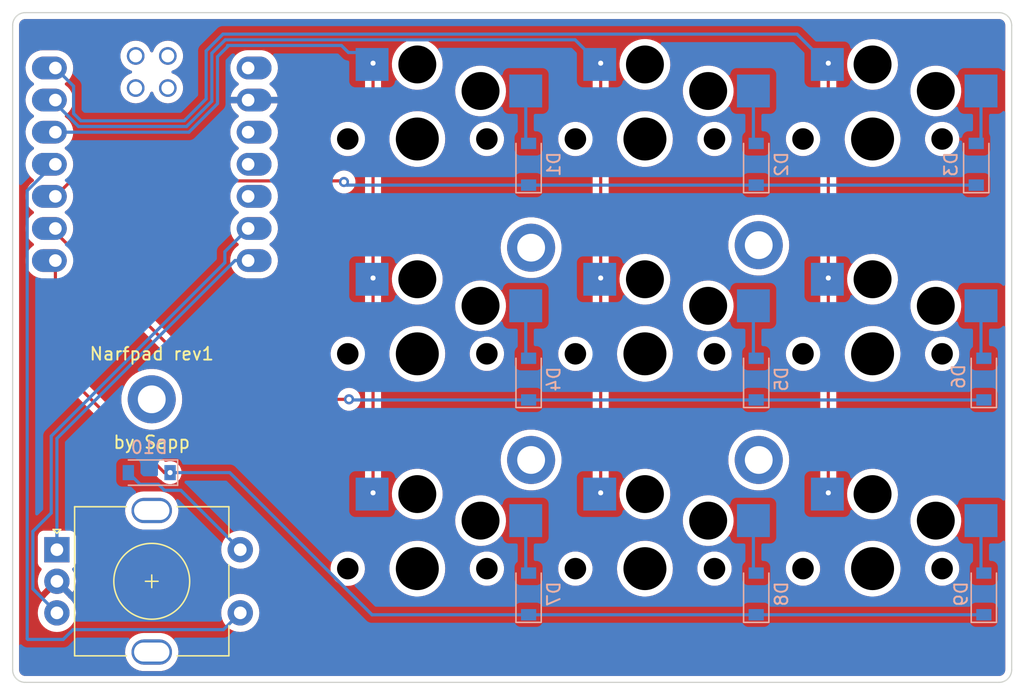
<source format=kicad_pcb>
(kicad_pcb (version 20221018) (generator pcbnew)
  (layers (0 "F.Cu" signal) (31 "B.Cu" signal) (34 "B.Paste" user) (35 "F.Paste" user) (36 "B.SilkS" user "B.Silkscreen") (37 "F.SilkS" user "F.Silkscreen") (38 "B.Mask" user) (39 "F.Mask" user) (44 "Edge.Cuts" user))
  (net 0 "")
  (net 1 "ROW1")
  (net 2 "Net-(D1-Pad2)")
  (net 3 "Net-(D2-Pad2)")
  (net 4 "Net-(D3-Pad2)")
  (net 5 "ROW2")
  (net 6 "Net-(D4-Pad2)")
  (net 7 "Net-(D5-Pad2)")
  (net 8 "Net-(D6-Pad2)")
  (net 9 "ROW3")
  (net 10 "Net-(D7-Pad2)")
  (net 11 "Net-(D8-Pad2)")
  (net 12 "Net-(D9-Pad2)")
  (net 13 "Net-(D10-Pad2)")
  (net 19 "ROT1A")
  (net 20 "ROT1B")
  (net 21 "GND")
  (net 22 "COL1")
  (net 23 "COL2")
  (net 24 "COL3")
  (net 25 "COL4")
  (footprint "kleeb-pg1350:pg1350-H" (layer "F.Cu") (at 80 66)
    (fp_text reference "SW4" hide)
    (fp_text value "SW_Push")
    (pad "" np_thru_hole circle (at -5.5 0) (size 1.7 1.7) (drill 1.7) (layers "*.Mask"))
    (pad "" np_thru_hole circle (at 0 -5.9) (size 3 3) (drill 3) (layers "*.Mask"))
    (pad "" np_thru_hole circle (at 0 0) (size 3.4 3.4) (drill 3.4) (layers "*.Mask"))
    (pad "" np_thru_hole circle (at 5 -3.8) (size 3 3) (drill 3) (layers "*.Mask"))
    (pad "" np_thru_hole circle (at 5.5 0) (size 1.7 1.7) (drill 1.7) (layers "*.Mask"))
    (pad "1" smd rect (at -3.575 -5.9) (size 2.6 2.6) (layers "B.Cu" "B.Mask") (net 23 "COL2"))
    (pad "2" smd rect (at 8.575 -3.8) (size 2.6 2.6) (layers "B.Cu" "B.Mask") (net 6 "Net-(D4-Pad2)"))
  )
  (footprint "kleeb-pg1350:pg1350-H" (layer "F.Cu") (at 98 83)
    (fp_text reference "SW8" hide)
    (fp_text value "SW_Push")
    (pad "" np_thru_hole circle (at -5.5 0) (size 1.7 1.7) (drill 1.7) (layers "*.Mask"))
    (pad "" np_thru_hole circle (at 0 -5.9) (size 3 3) (drill 3) (layers "*.Mask"))
    (pad "" np_thru_hole circle (at 0 0) (size 3.4 3.4) (drill 3.4) (layers "*.Mask"))
    (pad "" np_thru_hole circle (at 5 -3.8) (size 3 3) (drill 3) (layers "*.Mask"))
    (pad "" np_thru_hole circle (at 5.5 0) (size 1.7 1.7) (drill 1.7) (layers "*.Mask"))
    (pad "1" smd rect (at -3.575 -5.9) (size 2.6 2.6) (layers "B.Cu" "B.Mask") (net 24 "COL3"))
    (pad "2" smd rect (at 8.575 -3.8) (size 2.6 2.6) (layers "B.Cu" "B.Mask") (net 11 "Net-(D8-Pad2)"))
  )
  (footprint "kleeb-pg1350:pg1350-H" (layer "F.Cu") (at 116 66)
    (fp_text reference "SW6" hide)
    (fp_text value "SW_Push")
    (pad "" np_thru_hole circle (at -5.5 0) (size 1.7 1.7) (drill 1.7) (layers "*.Mask"))
    (pad "" np_thru_hole circle (at 0 -5.9) (size 3 3) (drill 3) (layers "*.Mask"))
    (pad "" np_thru_hole circle (at 0 0) (size 3.4 3.4) (drill 3.4) (layers "*.Mask"))
    (pad "" np_thru_hole circle (at 5 -3.8) (size 3 3) (drill 3) (layers "*.Mask"))
    (pad "" np_thru_hole circle (at 5.5 0) (size 1.7 1.7) (drill 1.7) (layers "*.Mask"))
    (pad "1" smd rect (at -3.575 -5.9) (size 2.6 2.6) (layers "B.Cu" "B.Mask") (net 25 "COL4"))
    (pad "2" smd rect (at 8.575 -3.8) (size 2.6 2.6) (layers "B.Cu" "B.Mask") (net 8 "Net-(D6-Pad2)"))
  )
  (footprint "MountingHole:MountingHole_2.2mm_M2_DIN965_Pad" (layer "F.Cu") (at 107 74.4)
    (fp_text reference "H4" hide)
    (fp_text value "MountingHole_Pad")
    (pad "1" thru_hole circle (at 0 0) (size 3.8 3.8) (drill 2.2) (layers "*.Cu" "*.Mask"))
  )
  (footprint "kleeb-pg1350:pg1350-H" (layer "F.Cu") (at 80 49)
    (fp_text reference "SW1" hide)
    (fp_text value "SW_Push")
    (pad "" np_thru_hole circle (at -5.5 0) (size 1.7 1.7) (drill 1.7) (layers "*.Mask"))
    (pad "" np_thru_hole circle (at 0 -5.9) (size 3 3) (drill 3) (layers "*.Mask"))
    (pad "" np_thru_hole circle (at 0 0) (size 3.4 3.4) (drill 3.4) (layers "*.Mask"))
    (pad "" np_thru_hole circle (at 5 -3.8) (size 3 3) (drill 3) (layers "*.Mask"))
    (pad "" np_thru_hole circle (at 5.5 0) (size 1.7 1.7) (drill 1.7) (layers "*.Mask"))
    (pad "1" smd rect (at -3.575 -5.9) (size 2.6 2.6) (layers "B.Cu" "B.Mask") (net 23 "COL2"))
    (pad "2" smd rect (at 8.575 -3.8) (size 2.6 2.6) (layers "B.Cu" "B.Mask") (net 2 "Net-(D1-Pad2)"))
  )
  (footprint "kleeb-pg1350:pg1350-H" (layer "F.Cu") (at 80 83)
    (fp_text reference "SW7" hide)
    (fp_text value "SW_Push")
    (pad "" np_thru_hole circle (at -5.5 0) (size 1.7 1.7) (drill 1.7) (layers "*.Mask"))
    (pad "" np_thru_hole circle (at 0 -5.9) (size 3 3) (drill 3) (layers "*.Mask"))
    (pad "" np_thru_hole circle (at 0 0) (size 3.4 3.4) (drill 3.4) (layers "*.Mask"))
    (pad "" np_thru_hole circle (at 5 -3.8) (size 3 3) (drill 3) (layers "*.Mask"))
    (pad "" np_thru_hole circle (at 5.5 0) (size 1.7 1.7) (drill 1.7) (layers "*.Mask"))
    (pad "1" smd rect (at -3.575 -5.9) (size 2.6 2.6) (layers "B.Cu" "B.Mask") (net 23 "COL2"))
    (pad "2" smd rect (at 8.575 -3.8) (size 2.6 2.6) (layers "B.Cu" "B.Mask") (net 10 "Net-(D7-Pad2)"))
  )
  (footprint "MountingHole:MountingHole_2.2mm_M2_DIN965_Pad" (layer "F.Cu") (at 89 57.6)
    (fp_text reference "H1" hide)
    (fp_text value "MountingHole_Pad")
    (pad "1" thru_hole circle (at 0 0) (size 3.8 3.8) (drill 2.2) (layers "*.Cu" "*.Mask"))
  )
  (footprint "MountingHole:MountingHole_2.2mm_M2_DIN965_Pad" (layer "F.Cu") (at 59 69.6)
    (fp_text reference "H5" hide)
    (fp_text value "MountingHole_Pad")
    (pad "1" thru_hole circle (at 0 0) (size 3.8 3.8) (drill 2.2) (layers "*.Cu" "*.Mask"))
  )
  (footprint "kleeb-mcu:xiao-tht" (layer "F.Cu") (at 59 51)
    (fp_text reference "U1" hide)
    (fp_text value "xiao" hide)
    (pad "1" thru_hole oval (at -7.62 -7.62) (size 2.75 1.8) (drill 1 (offset -0.475 0)) (layers "*.Cu" "*.Mask") (net 25 "COL4"))
    (pad "2" thru_hole oval (at -7.62 -5.08) (size 2.75 1.8) (drill 1 (offset -0.475 0)) (layers "*.Cu" "*.Mask") (net 24 "COL3"))
    (pad "3" thru_hole oval (at -7.62 -2.54) (size 2.75 1.8) (drill 1 (offset -0.475 0)) (layers "*.Cu" "*.Mask") (net 23 "COL2"))
    (pad "4" thru_hole oval (at -7.62 0) (size 2.75 1.8) (drill 1 (offset -0.475 0)) (layers "*.Cu" "*.Mask") (net 22 "COL1"))
    (pad "5" thru_hole oval (at -7.62 2.54) (size 2.75 1.8) (drill 1 (offset -0.475 0)) (layers "*.Cu" "*.Mask") (net 1 "ROW1"))
    (pad "6" thru_hole oval (at -7.62 5.08) (size 2.75 1.8) (drill 1 (offset -0.475 0)) (layers "*.Cu" "*.Mask") (net 5 "ROW2"))
    (pad "7" thru_hole oval (at -7.62 7.62) (size 2.75 1.8) (drill 1 (offset -0.475 0)) (layers "*.Cu" "*.Mask") (net 9 "ROW3"))
    (pad "8" thru_hole oval (at 7.62 7.62 180) (size 2.75 1.8) (drill 1 (offset -0.475 0)) (layers "*.Cu" "*.Mask") (net 19 "ROT1A"))
    (pad "9" thru_hole oval (at 7.62 5.08 180) (size 2.75 1.8) (drill 1 (offset -0.475 0)) (layers "*.Cu" "*.Mask") (net 20 "ROT1B"))
    (pad "10" thru_hole oval (at 7.62 2.54 180) (size 2.75 1.8) (drill 1 (offset -0.475 0)) (layers "*.Cu" "*.Mask"))
    (pad "11" thru_hole oval (at 7.62 0 180) (size 2.75 1.8) (drill 1 (offset -0.475 0)) (layers "*.Cu" "*.Mask"))
    (pad "12" thru_hole oval (at 7.62 -2.54 180) (size 2.75 1.8) (drill 1 (offset -0.475 0)) (layers "*.Cu" "*.Mask"))
    (pad "13" thru_hole oval (at 7.62 -5.08 180) (size 2.75 1.8) (drill 1 (offset -0.475 0)) (layers "*.Cu" "*.Mask") (net 21 "GND"))
    (pad "14" thru_hole oval (at 7.62 -7.62 180) (size 2.75 1.8) (drill 1 (offset -0.475 0)) (layers "*.Cu" "*.Mask"))
    (pad "15" thru_hole circle (at -1.27 -8.572 90) (size 1.397 1.397) (drill 1.016) (layers "*.Cu" "*.Mask"))
    (pad "16" thru_hole circle (at 1.27 -8.572 90) (size 1.397 1.397) (drill 1.016) (layers "*.Cu" "*.Mask"))
    (pad "17" thru_hole circle (at -1.27 -6.032 90) (size 1.397 1.397) (drill 1.016) (layers "*.Cu" "*.Mask"))
    (pad "18" thru_hole circle (at 1.27 -6.032 90) (size 1.397 1.397) (drill 1.016) (layers "*.Cu" "*.Mask"))
  )
  (footprint "MountingHole:MountingHole_2.2mm_M2_DIN965_Pad" (layer "F.Cu") (at 89 74.4)
    (fp_text reference "H3" hide)
    (fp_text value "MountingHole_Pad")
    (pad "1" thru_hole circle (at 0 0) (size 3.8 3.8) (drill 2.2) (layers "*.Cu" "*.Mask"))
  )
  (footprint "kleeb-pg1350:pg1350-H" (layer "F.Cu") (at 98 66)
    (fp_text reference "SW5" hide)
    (fp_text value "SW_Push")
    (pad "" np_thru_hole circle (at -5.5 0) (size 1.7 1.7) (drill 1.7) (layers "*.Mask"))
    (pad "" np_thru_hole circle (at 0 -5.9) (size 3 3) (drill 3) (layers "*.Mask"))
    (pad "" np_thru_hole circle (at 0 0) (size 3.4 3.4) (drill 3.4) (layers "*.Mask"))
    (pad "" np_thru_hole circle (at 5 -3.8) (size 3 3) (drill 3) (layers "*.Mask"))
    (pad "" np_thru_hole circle (at 5.5 0) (size 1.7 1.7) (drill 1.7) (layers "*.Mask"))
    (pad "1" smd rect (at -3.575 -5.9) (size 2.6 2.6) (layers "B.Cu" "B.Mask") (net 24 "COL3"))
    (pad "2" smd rect (at 8.575 -3.8) (size 2.6 2.6) (layers "B.Cu" "B.Mask") (net 7 "Net-(D5-Pad2)"))
  )
  (footprint "kleeb-pg1350:pg1350-H" (layer "F.Cu") (at 116 49)
    (fp_text reference "SW3" hide)
    (fp_text value "SW_Push")
    (pad "" np_thru_hole circle (at -5.5 0) (size 1.7 1.7) (drill 1.7) (layers "*.Mask"))
    (pad "" np_thru_hole circle (at 0 -5.9) (size 3 3) (drill 3) (layers "*.Mask"))
    (pad "" np_thru_hole circle (at 0 0) (size 3.4 3.4) (drill 3.4) (layers "*.Mask"))
    (pad "" np_thru_hole circle (at 5 -3.8) (size 3 3) (drill 3) (layers "*.Mask"))
    (pad "" np_thru_hole circle (at 5.5 0) (size 1.7 1.7) (drill 1.7) (layers "*.Mask"))
    (pad "1" smd rect (at -3.575 -5.9) (size 2.6 2.6) (layers "B.Cu" "B.Mask") (net 25 "COL4"))
    (pad "2" smd rect (at 8.575 -3.8) (size 2.6 2.6) (layers "B.Cu" "B.Mask") (net 4 "Net-(D3-Pad2)"))
  )
  (footprint "MountingHole:MountingHole_2.2mm_M2_DIN965_Pad" (layer "F.Cu") (at 107 57.4)
    (fp_text reference "H2" hide)
    (fp_text value "MountingHole_Pad")
    (pad "1" thru_hole circle (at 0 0) (size 3.8 3.8) (drill 2.2) (layers "*.Cu" "*.Mask"))
  )
  (footprint "keebio:RotaryEncoder_EC11" (layer "F.Cu") (at 59 84)
    (fp_text reference "ROT1")
    (fp_text value "RotaryEncoder_Switch")
    (fp_line (start -7.8 -4.1) (end -7.2 -4.1) (stroke (width 0.12)) (layer "F.SilkS"))
    (fp_line (start -7.5 -3.8) (end -7.8 -4.1) (stroke (width 0.12)) (layer "F.SilkS"))
    (fp_line (start -7.2 -4.1) (end -7.5 -3.8) (stroke (width 0.12)) (layer "F.SilkS"))
    (fp_line (start -6.1 -5.9) (end -6.1 5.9) (stroke (width 0.12)) (layer "F.SilkS"))
    (fp_line (start -2 -5.9) (end -6.1 -5.9) (stroke (width 0.12)) (layer "F.SilkS"))
    (fp_line (start -2 5.9) (end -6.1 5.9) (stroke (width 0.12)) (layer "F.SilkS"))
    (fp_line (start -0.5 0) (end 0.5 0) (stroke (width 0.12)) (layer "F.SilkS"))
    (fp_line (start 0 -0.5) (end 0 0.5) (stroke (width 0.12)) (layer "F.SilkS"))
    (fp_line (start 2 -5.9) (end 6.1 -5.9) (stroke (width 0.12)) (layer "F.SilkS"))
    (fp_line (start 6.1 -5.9) (end 6.1 -3.5) (stroke (width 0.12)) (layer "F.SilkS"))
    (fp_line (start 6.1 -1.3) (end 6.1 1.3) (stroke (width 0.12)) (layer "F.SilkS"))
    (fp_line (start 6.1 3.5) (end 6.1 5.9) (stroke (width 0.12)) (layer "F.SilkS"))
    (fp_line (start 6.1 5.9) (end 2 5.9) (stroke (width 0.12)) (layer "F.SilkS"))
    (fp_circle (center 0 0) (end 3 0) (stroke (width 0.12)) (fill none) (layer "F.SilkS"))
    (pad "" np_thru_hole oval (at 0 -5.6) (size 3.2 2) (drill oval 2.8 1.5) (layers "F&B.Cu" "*.Mask"))
    (pad "" np_thru_hole oval (at 0 5.6) (size 3.2 2) (drill oval 2.8 1.5) (layers "F&B.Cu" "*.Mask"))
    (pad "A" thru_hole rect (at -7.5 -2.5) (size 2 2) (drill 1) (layers "*.Cu" "*.Mask") (net 19 "ROT1A"))
    (pad "B" thru_hole circle (at -7.5 2.5) (size 2 2) (drill 1) (layers "*.Cu" "*.Mask") (net 20 "ROT1B"))
    (pad "C" thru_hole circle (at -7.5 0) (size 2 2) (drill 1) (layers "*.Cu" "*.Mask") (net 21 "GND"))
    (pad "S1" thru_hole circle (at 7 2.5) (size 2 2) (drill 1) (layers "*.Cu" "*.Mask") (net 22 "COL1"))
    (pad "S2" thru_hole circle (at 7 -2.5) (size 2 2) (drill 1) (layers "*.Cu" "*.Mask") (net 13 "Net-(D10-Pad2)"))
  )
  (footprint "kleeb-pg1350:pg1350-H" (layer "F.Cu") (at 116 83)
    (fp_text reference "SW9" hide)
    (fp_text value "SW_Push")
    (pad "" np_thru_hole circle (at -5.5 0) (size 1.7 1.7) (drill 1.7) (layers "*.Mask"))
    (pad "" np_thru_hole circle (at 0 -5.9) (size 3 3) (drill 3) (layers "*.Mask"))
    (pad "" np_thru_hole circle (at 0 0) (size 3.4 3.4) (drill 3.4) (layers "*.Mask"))
    (pad "" np_thru_hole circle (at 5 -3.8) (size 3 3) (drill 3) (layers "*.Mask"))
    (pad "" np_thru_hole circle (at 5.5 0) (size 1.7 1.7) (drill 1.7) (layers "*.Mask"))
    (pad "1" smd rect (at -3.575 -5.9) (size 2.6 2.6) (layers "B.Cu" "B.Mask") (net 25 "COL4"))
    (pad "2" smd rect (at 8.575 -3.8) (size 2.6 2.6) (layers "B.Cu" "B.Mask") (net 12 "Net-(D9-Pad2)"))
  )
  (footprint "kleeb-pg1350:pg1350-H" (layer "F.Cu") (at 98 49)
    (fp_text reference "SW2" hide)
    (fp_text value "SW_Push")
    (pad "" np_thru_hole circle (at -5.5 0) (size 1.7 1.7) (drill 1.7) (layers "*.Mask"))
    (pad "" np_thru_hole circle (at 0 -5.9) (size 3 3) (drill 3) (layers "*.Mask"))
    (pad "" np_thru_hole circle (at 0 0) (size 3.4 3.4) (drill 3.4) (layers "*.Mask"))
    (pad "" np_thru_hole circle (at 5 -3.8) (size 3 3) (drill 3) (layers "*.Mask"))
    (pad "" np_thru_hole circle (at 5.5 0) (size 1.7 1.7) (drill 1.7) (layers "*.Mask"))
    (pad "1" smd rect (at -3.575 -5.9) (size 2.6 2.6) (layers "B.Cu" "B.Mask") (net 24 "COL3"))
    (pad "2" smd rect (at 8.575 -3.8) (size 2.6 2.6) (layers "B.Cu" "B.Mask") (net 3 "Net-(D2-Pad2)"))
  )
  (footprint "Diode_SMD:D_SOD-123" (layer "B.Cu") (at 124.2 51 90)
    (fp_text reference "D3" (at 0 -2 90) (layer "B.SilkS") (effects (justify mirror)))
    (fp_text value "1N4148W")
    (fp_line (start -2.25 -1) (end 1.65 -1) (stroke (width 0.12)) (layer "B.SilkS"))
    (fp_line (start -2.25 1) (end -2.25 -1) (stroke (width 0.12)) (layer "B.SilkS"))
    (fp_line (start -2.25 1) (end 1.65 1) (stroke (width 0.12)) (layer "B.SilkS"))
    (pad "1" smd rect (at -1.65 0 90) (size 0.9 1.2) (layers "B.Cu" "B.Paste" "B.Mask") (net 1 "ROW1"))
    (pad "2" smd rect (at 1.65 0 90) (size 0.9 1.2) (layers "B.Cu" "B.Paste" "B.Mask") (net 4 "Net-(D3-Pad2)"))
  )
  (footprint "Diode_SMD:D_SOD-123" (layer "B.Cu") (at 106.8 51 90)
    (fp_text reference "D2" (at 0 2 90) (layer "B.SilkS") (effects (justify mirror)))
    (fp_text value "1N4148W")
    (fp_line (start -2.25 -1) (end 1.65 -1) (stroke (width 0.12)) (layer "B.SilkS"))
    (fp_line (start -2.25 1) (end -2.25 -1) (stroke (width 0.12)) (layer "B.SilkS"))
    (fp_line (start -2.25 1) (end 1.65 1) (stroke (width 0.12)) (layer "B.SilkS"))
    (pad "1" smd rect (at -1.65 0 90) (size 0.9 1.2) (layers "B.Cu" "B.Paste" "B.Mask") (net 1 "ROW1"))
    (pad "2" smd rect (at 1.65 0 90) (size 0.9 1.2) (layers "B.Cu" "B.Paste" "B.Mask") (net 3 "Net-(D2-Pad2)"))
  )
  (footprint "Diode_SMD:D_SOD-123" (layer "B.Cu") (at 124.8 85 90)
    (fp_text reference "D9" (at 0 -1.8 90) (layer "B.SilkS") (effects (justify mirror)))
    (fp_text value "1N4148W")
    (fp_line (start -2.25 -1) (end 1.65 -1) (stroke (width 0.12)) (layer "B.SilkS"))
    (fp_line (start -2.25 1) (end -2.25 -1) (stroke (width 0.12)) (layer "B.SilkS"))
    (fp_line (start -2.25 1) (end 1.65 1) (stroke (width 0.12)) (layer "B.SilkS"))
    (pad "1" smd rect (at -1.65 0 90) (size 0.9 1.2) (layers "B.Cu" "B.Paste" "B.Mask") (net 9 "ROW3"))
    (pad "2" smd rect (at 1.65 0 90) (size 0.9 1.2) (layers "B.Cu" "B.Paste" "B.Mask") (net 12 "Net-(D9-Pad2)"))
  )
  (footprint "Diode_SMD:D_SOD-123" (layer "B.Cu") (at 88.8 68 90)
    (fp_text reference "D4" (at 0 2 90) (layer "B.SilkS") (effects (justify mirror)))
    (fp_text value "1N4148W")
    (fp_line (start -2.25 -1) (end 1.65 -1) (stroke (width 0.12)) (layer "B.SilkS"))
    (fp_line (start -2.25 1) (end -2.25 -1) (stroke (width 0.12)) (layer "B.SilkS"))
    (fp_line (start -2.25 1) (end 1.65 1) (stroke (width 0.12)) (layer "B.SilkS"))
    (pad "1" smd rect (at -1.65 0 90) (size 0.9 1.2) (layers "B.Cu" "B.Paste" "B.Mask") (net 5 "ROW2"))
    (pad "2" smd rect (at 1.65 0 90) (size 0.9 1.2) (layers "B.Cu" "B.Paste" "B.Mask") (net 6 "Net-(D4-Pad2)"))
  )
  (footprint "Diode_SMD:D_SOD-123" (layer "B.Cu") (at 88.8 51 90)
    (fp_text reference "D1" (at 0 2 90) (layer "B.SilkS") (effects (justify mirror)))
    (fp_text value "1N4148W")
    (fp_line (start -2.25 -1) (end 1.65 -1) (stroke (width 0.12)) (layer "B.SilkS"))
    (fp_line (start -2.25 1) (end -2.25 -1) (stroke (width 0.12)) (layer "B.SilkS"))
    (fp_line (start -2.25 1) (end 1.65 1) (stroke (width 0.12)) (layer "B.SilkS"))
    (pad "1" smd rect (at -1.65 0 90) (size 0.9 1.2) (layers "B.Cu" "B.Paste" "B.Mask") (net 1 "ROW1"))
    (pad "2" smd rect (at 1.65 0 90) (size 0.9 1.2) (layers "B.Cu" "B.Paste" "B.Mask") (net 2 "Net-(D1-Pad2)"))
  )
  (footprint "Diode_SMD:D_SOD-123" (layer "B.Cu") (at 106.8 85 90)
    (fp_text reference "D8" (at 0 2 90) (layer "B.SilkS") (effects (justify mirror)))
    (fp_text value "1N4148W")
    (fp_line (start -2.25 -1) (end 1.65 -1) (stroke (width 0.12)) (layer "B.SilkS"))
    (fp_line (start -2.25 1) (end -2.25 -1) (stroke (width 0.12)) (layer "B.SilkS"))
    (fp_line (start -2.25 1) (end 1.65 1) (stroke (width 0.12)) (layer "B.SilkS"))
    (pad "1" smd rect (at -1.65 0 90) (size 0.9 1.2) (layers "B.Cu" "B.Paste" "B.Mask") (net 9 "ROW3"))
    (pad "2" smd rect (at 1.65 0 90) (size 0.9 1.2) (layers "B.Cu" "B.Paste" "B.Mask") (net 11 "Net-(D8-Pad2)"))
  )
  (footprint "Diode_SMD:D_SOD-123" (layer "B.Cu") (at 106.8 68 90)
    (fp_text reference "D5" (at 0 2 90) (layer "B.SilkS") (effects (justify mirror)))
    (fp_text value "1N4148W")
    (fp_line (start -2.25 -1) (end 1.65 -1) (stroke (width 0.12)) (layer "B.SilkS"))
    (fp_line (start -2.25 1) (end -2.25 -1) (stroke (width 0.12)) (layer "B.SilkS"))
    (fp_line (start -2.25 1) (end 1.65 1) (stroke (width 0.12)) (layer "B.SilkS"))
    (pad "1" smd rect (at -1.65 0 90) (size 0.9 1.2) (layers "B.Cu" "B.Paste" "B.Mask") (net 5 "ROW2"))
    (pad "2" smd rect (at 1.65 0 90) (size 0.9 1.2) (layers "B.Cu" "B.Paste" "B.Mask") (net 7 "Net-(D5-Pad2)"))
  )
  (footprint "Diode_SMD:D_SOD-123" (layer "B.Cu") (at 88.8 85 90)
    (fp_text reference "D7" (at 0 2 90) (layer "B.SilkS") (effects (justify mirror)))
    (fp_text value "1N4148W")
    (fp_line (start -2.25 -1) (end 1.65 -1) (stroke (width 0.12)) (layer "B.SilkS"))
    (fp_line (start -2.25 1) (end -2.25 -1) (stroke (width 0.12)) (layer "B.SilkS"))
    (fp_line (start -2.25 1) (end 1.65 1) (stroke (width 0.12)) (layer "B.SilkS"))
    (pad "1" smd rect (at -1.65 0 90) (size 0.9 1.2) (layers "B.Cu" "B.Paste" "B.Mask") (net 9 "ROW3"))
    (pad "2" smd rect (at 1.65 0 90) (size 0.9 1.2) (layers "B.Cu" "B.Paste" "B.Mask") (net 10 "Net-(D7-Pad2)"))
  )
  (footprint "Diode_SMD:D_SOD-123" (layer "B.Cu") (at 124.8 68 90)
    (fp_text reference "D6" (at 0.2 -2 90) (layer "B.SilkS") (effects (justify mirror)))
    (fp_text value "1N4148W")
    (fp_line (start -2.25 -1) (end 1.65 -1) (stroke (width 0.12)) (layer "B.SilkS"))
    (fp_line (start -2.25 1) (end -2.25 -1) (stroke (width 0.12)) (layer "B.SilkS"))
    (fp_line (start -2.25 1) (end 1.65 1) (stroke (width 0.12)) (layer "B.SilkS"))
    (pad "1" smd rect (at -1.65 0 90) (size 0.9 1.2) (layers "B.Cu" "B.Paste" "B.Mask") (net 5 "ROW2"))
    (pad "2" smd rect (at 1.65 0 90) (size 0.9 1.2) (layers "B.Cu" "B.Paste" "B.Mask") (net 8 "Net-(D6-Pad2)"))
  )
  (footprint "Diode_SMD:D_SOD-123" (layer "B.Cu") (at 58.8 75.4 180)
    (fp_text reference "D10" (at 0 2) (layer "B.SilkS") (effects (justify mirror)))
    (fp_text value "1N4148W")
    (fp_line (start -2.25 -1) (end 1.65 -1) (stroke (width 0.12)) (layer "B.SilkS"))
    (fp_line (start -2.25 1) (end -2.25 -1) (stroke (width 0.12)) (layer "B.SilkS"))
    (fp_line (start -2.25 1) (end 1.65 1) (stroke (width 0.12)) (layer "B.SilkS"))
    (pad "1" smd rect (at -1.65 0 180) (size 0.9 1.2) (layers "B.Cu" "B.Paste" "B.Mask") (net 9 "ROW3"))
    (pad "2" smd rect (at 1.65 0 180) (size 0.9 1.2) (layers "B.Cu" "B.Paste" "B.Mask") (net 13 "Net-(D10-Pad2)"))
  )
  (gr_line (start 49 92) (end 126 92) (stroke (width 0.1)) (layer "Edge.Cuts"))
  (gr_line (start 127 91) (end 127 40) (stroke (width 0.1)) (layer "Edge.Cuts"))
  (gr_arc (start 127 91) (mid 126.707107 91.707107) (end 126 92) (stroke (width 0.1)) (layer "Edge.Cuts"))
  (gr_line (start 48 40) (end 48 91) (stroke (width 0.1)) (layer "Edge.Cuts"))
  (gr_arc (start 48 40) (mid 48.292893 39.292893) (end 49 39) (stroke (width 0.1)) (layer "Edge.Cuts"))
  (gr_line (start 126 39) (end 49 39) (stroke (width 0.1)) (layer "Edge.Cuts"))
  (gr_arc (start 126 39) (mid 126.707107 39.292893) (end 127 40) (stroke (width 0.1)) (layer "Edge.Cuts"))
  (gr_arc (start 49 92) (mid 48.292893 91.707107) (end 48 91) (stroke (width 0.1)) (layer "Edge.Cuts"))
  (gr_text "by Sepp" (at 59 73) (layer "F.SilkS") (effects (font (size 1 1))))
  (gr_text "Narfpad rev1" (at 59 66) (layer "F.SilkS") (effects (font (size 1 1))))
  (segment (start 51.38 53.54) (end 52.60452 52.31548) (width 0.25) (layer "F.Cu") (net 1))
  (segment (start 52.60452 52.31548) (end 74.11548 52.31548) (width 0.25) (layer "F.Cu") (net 1))
  (segment (start 74.11548 52.31548) (end 74.2 52.4) (width 0.25) (layer "F.Cu") (net 1))
  (via (at 74.2 52.4) (size 0.8) (drill 0.4) (layers "F.Cu" "B.Cu") (net 1))
  (segment (start 88.8 52.65) (end 106.8 52.65) (width 0.25) (layer "B.Cu") (net 1))
  (segment (start 106.8 52.65) (end 124.2 52.65) (width 0.25) (layer "B.Cu") (net 1))
  (segment (start 74.45 52.65) (end 88.8 52.65) (width 0.25) (layer "B.Cu") (net 1))
  (segment (start 74.2 52.4) (end 74.45 52.65) (width 0.25) (layer "B.Cu") (net 1))
  (segment (start 88.575 45.2) (end 88.575 49.125) (width 0.25) (layer "B.Cu") (net 2))
  (segment (start 88.575 49.125) (end 88.8 49.35) (width 0.25) (layer "B.Cu") (net 2))
  (segment (start 106.575 45.2) (end 106.575 49.125) (width 0.25) (layer "B.Cu") (net 3))
  (segment (start 106.575 49.125) (end 106.8 49.35) (width 0.25) (layer "B.Cu") (net 3))
  (segment (start 124.575 48.975) (end 124.2 49.35) (width 0.25) (layer "B.Cu") (net 4))
  (segment (start 124.575 45.2) (end 124.575 48.975) (width 0.25) (layer "B.Cu") (net 4))
  (segment (start 51.38 56.38) (end 64.6 69.6) (width 0.25) (layer "F.Cu") (net 5))
  (segment (start 51.38 56.08) (end 51.38 56.38) (width 0.25) (layer "F.Cu") (net 5))
  (segment (start 64.6 69.6) (end 74.6 69.6) (width 0.25) (layer "F.Cu") (net 5))
  (via (at 74.6 69.6) (size 0.8) (drill 0.4) (layers "F.Cu" "B.Cu") (net 5))
  (segment (start 74.6 69.6) (end 74.65 69.65) (width 0.25) (layer "B.Cu") (net 5))
  (segment (start 74.65 69.65) (end 88.8 69.65) (width 0.25) (layer "B.Cu") (net 5))
  (segment (start 88.8 69.65) (end 106.8 69.65) (width 0.25) (layer "B.Cu") (net 5))
  (segment (start 106.8 69.65) (end 124.8 69.65) (width 0.25) (layer "B.Cu") (net 5))
  (segment (start 88.575 66.125) (end 88.8 66.35) (width 0.25) (layer "B.Cu") (net 6))
  (segment (start 88.575 62.2) (end 88.575 66.125) (width 0.25) (layer "B.Cu") (net 6))
  (segment (start 106.575 62.2) (end 106.575 66.125) (width 0.25) (layer "B.Cu") (net 7))
  (segment (start 106.575 66.125) (end 106.8 66.35) (width 0.25) (layer "B.Cu") (net 7))
  (segment (start 124.575 62.2) (end 124.575 66.125) (width 0.25) (layer "B.Cu") (net 8))
  (segment (start 124.575 66.125) (end 124.8 66.35) (width 0.25) (layer "B.Cu") (net 8))
  (segment (start 51.38 66.78) (end 60 75.4) (width 0.25) (layer "F.Cu") (net 9))
  (segment (start 60 75.4) (end 60.45 75.4) (width 0.25) (layer "F.Cu") (net 9))
  (segment (start 51.38 58.62) (end 51.38 66.78) (width 0.25) (layer "F.Cu") (net 9))
  (via (at 60.45 75.4) (size 0.8) (drill 0.4) (layers "F.Cu" "B.Cu") (net 9))
  (segment (start 76.418265 86.65) (end 65.168265 75.4) (width 0.25) (layer "B.Cu") (net 9))
  (segment (start 88.8 86.65) (end 76.418265 86.65) (width 0.25) (layer "B.Cu") (net 9))
  (segment (start 88.8 86.65) (end 106.8 86.65) (width 0.25) (layer "B.Cu") (net 9))
  (segment (start 65.168265 75.4) (end 60.45 75.4) (width 0.25) (layer "B.Cu") (net 9))
  (segment (start 106.8 86.65) (end 124.8 86.65) (width 0.25) (layer "B.Cu") (net 9))
  (segment (start 88.575 79.2) (end 88.575 83.125) (width 0.25) (layer "B.Cu") (net 10))
  (segment (start 88.575 83.125) (end 88.8 83.35) (width 0.25) (layer "B.Cu") (net 10))
  (segment (start 106.575 79.2) (end 106.575 83.125) (width 0.25) (layer "B.Cu") (net 11))
  (segment (start 106.575 83.125) (end 106.8 83.35) (width 0.25) (layer "B.Cu") (net 11))
  (segment (start 124.575 83.125) (end 124.8 83.35) (width 0.25) (layer "B.Cu") (net 12))
  (segment (start 124.575 79.2) (end 124.575 83.125) (width 0.25) (layer "B.Cu") (net 12))
  (segment (start 58.074511 76.324511) (end 59.524511 76.324511) (width 0.25) (layer "B.Cu") (net 13))
  (segment (start 61.3 76.8) (end 66 81.5) (width 0.25) (layer "B.Cu") (net 13))
  (segment (start 60 76.8) (end 61.3 76.8) (width 0.25) (layer "B.Cu") (net 13))
  (segment (start 59.524511 76.324511) (end 60 76.8) (width 0.25) (layer "B.Cu") (net 13))
  (segment (start 57.15 75.4) (end 58.074511 76.324511) (width 0.25) (layer "B.Cu") (net 13))
  (segment (start 65.58 58.62) (end 51.5 72.7) (width 0.25) (layer "B.Cu") (net 19))
  (segment (start 66.62 58.62) (end 65.58 58.62) (width 0.25) (layer "B.Cu") (net 19))
  (segment (start 51.5 72.7) (end 51.5 81.5) (width 0.25) (layer "B.Cu") (net 19))
  (segment (start 64.782141 58.782141) (end 64.782141 57.917859) (width 0.25) (layer "B.Cu") (net 20))
  (segment (start 51.05048 78.6) (end 51.05048 72.513803) (width 0.25) (layer "B.Cu") (net 20))
  (segment (start 51.05048 72.513803) (end 51.782141 71.782141) (width 0.25) (layer "B.Cu") (net 20))
  (segment (start 64.782141 57.917859) (end 66.62 56.08) (width 0.25) (layer "B.Cu") (net 20))
  (segment (start 49.6 84.6) (end 49.6 80.05048) (width 0.25) (layer "B.Cu") (net 20))
  (segment (start 49.6 80.05048) (end 51.05048 78.6) (width 0.25) (layer "B.Cu") (net 20))
  (segment (start 51.782141 71.782141) (end 64.782141 58.782141) (width 0.25) (layer "B.Cu") (net 20))
  (segment (start 51.5 86.5) (end 49.6 84.6) (width 0.25) (layer "B.Cu") (net 20))
  (segment (start 52 88.6) (end 49.2 88.6) (width 0.25) (layer "B.Cu") (net 22))
  (segment (start 49.2 88.6) (end 49.15048 88.55048) (width 0.25) (layer "B.Cu") (net 22))
  (segment (start 52.775489 87.824511) (end 52 88.6) (width 0.25) (layer "B.Cu") (net 22))
  (segment (start 51.238268 51) (end 51.38 51) (width 0.25) (layer "B.Cu") (net 22))
  (segment (start 64.675489 87.824511) (end 52.775489 87.824511) (width 0.25) (layer "B.Cu") (net 22))
  (segment (start 66 86.5) (end 64.675489 87.824511) (width 0.25) (layer "B.Cu") (net 22))
  (segment (start 49.15048 53.087788) (end 51.238268 51) (width 0.25) (layer "B.Cu") (net 22))
  (segment (start 49.15048 88.55048) (end 49.15048 53.087788) (width 0.25) (layer "B.Cu") (net 22))
  (segment (start 76.5 60) (end 76.5 77) (width 0.25) (layer "F.Cu") (net 23))
  (segment (start 76.5 43) (end 76.5 60) (width 0.25) (layer "F.Cu") (net 23))
  (via (at 76.5 43) (size 0.8) (drill 0.4) (layers "F.Cu" "B.Cu") (net 23))
  (via (at 76.5 77) (size 0.8) (drill 0.4) (layers "F.Cu" "B.Cu") (net 23))
  (via (at 76.5 60) (size 0.8) (drill 0.4) (layers "F.Cu" "B.Cu") (net 23))
  (segment (start 64.2 42.484757) (end 64.2 46.2) (width 0.25) (layer "B.Cu") (net 23))
  (segment (start 65 41.6) (end 65 41.684757) (width 0.25) (layer "B.Cu") (net 23))
  (segment (start 65 41.684757) (end 64.2 42.484757) (width 0.25) (layer "B.Cu") (net 23))
  (segment (start 75.48048 42.15548) (end 74.55548 42.15548) (width 0.25) (layer "B.Cu") (net 23))
  (segment (start 61.94 48.46) (end 51.38 48.46) (width 0.25) (layer "B.Cu") (net 23))
  (segment (start 74 41.6) (end 65 41.6) (width 0.25) (layer "B.Cu") (net 23))
  (segment (start 74.55548 42.15548) (end 74 41.6) (width 0.25) (layer "B.Cu") (net 23))
  (segment (start 76.425 43.1) (end 75.48048 42.15548) (width 0.25) (layer "B.Cu") (net 23))
  (segment (start 64.2 46.2) (end 61.94 48.46) (width 0.25) (layer "B.Cu") (net 23))
  (segment (start 94.5 43) (end 94.5 60) (width 0.25) (layer "F.Cu") (net 24))
  (segment (start 94.5 60) (end 94.5 77) (width 0.25) (layer "F.Cu") (net 24))
  (via (at 94.5 43) (size 0.8) (drill 0.4) (layers "F.Cu" "B.Cu") (net 24))
  (via (at 94.5 77) (size 0.8) (drill 0.4) (layers "F.Cu" "B.Cu") (net 24))
  (via (at 94.5 60) (size 0.8) (drill 0.4) (layers "F.Cu" "B.Cu") (net 24))
  (segment (start 53.21048 48.01048) (end 61.753802 48.01048) (width 0.25) (layer "B.Cu") (net 24))
  (segment (start 63.75048 46.013802) (end 63.75048 42.213803) (width 0.25) (layer "B.Cu") (net 24))
  (segment (start 61.753802 48.01048) (end 63.75048 46.013802) (width 0.25) (layer "B.Cu") (net 24))
  (segment (start 51.38 46.18) (end 53.21048 48.01048) (width 0.25) (layer "B.Cu") (net 24))
  (segment (start 51.38 45.92) (end 51.38 46.18) (width 0.25) (layer "B.Cu") (net 24))
  (segment (start 63.75048 42.213803) (end 64.813803 41.15048) (width 0.25) (layer "B.Cu") (net 24))
  (segment (start 64.813803 41.15048) (end 92.47548 41.15048) (width 0.25) (layer "B.Cu") (net 24))
  (segment (start 92.47548 41.15048) (end 94.425 43.1) (width 0.25) (layer "B.Cu") (net 24))
  (segment (start 112.5 60) (end 112.5 77) (width 0.25) (layer "F.Cu") (net 25))
  (segment (start 112.5 43) (end 112.5 60) (width 0.25) (layer "F.Cu") (net 25))
  (via (at 112.5 77) (size 0.8) (drill 0.4) (layers "F.Cu" "B.Cu") (net 25))
  (via (at 112.5 43) (size 0.8) (drill 0.4) (layers "F.Cu" "B.Cu") (net 25))
  (via (at 112.5 60) (size 0.8) (drill 0.4) (layers "F.Cu" "B.Cu") (net 25))
  (segment (start 110.02596 40.70096) (end 112.425 43.1) (width 0.25) (layer "B.Cu") (net 25))
  (segment (start 51.38 43.38) (end 52.817859 44.817859) (width 0.25) (layer "B.Cu") (net 25))
  (segment (start 52.817859 44.817859) (end 52.817859 46.982141) (width 0.25) (layer "B.Cu") (net 25))
  (segment (start 64.627606 40.70096) (end 110.02596 40.70096) (width 0.25) (layer "B.Cu") (net 25))
  (segment (start 53.396678 47.56096) (end 61.567604 47.56096) (width 0.25) (layer "B.Cu") (net 25))
  (segment (start 63.30096 42.027606) (end 64.627606 40.70096) (width 0.25) (layer "B.Cu") (net 25))
  (segment (start 61.567604 47.56096) (end 63.30096 45.827604) (width 0.25) (layer "B.Cu") (net 25))
  (segment (start 63.30096 45.827604) (end 63.30096 42.027606) (width 0.25) (layer "B.Cu") (net 25))
  (segment (start 52.817859 46.982141) (end 53.396678 47.56096) (width 0.25) (layer "B.Cu") (net 25))
  (zone (net 21) (net_name "GND") (layers "F&B.Cu") (connect_pads (clearance 0.508)) (min_thickness 0.254) (fill yes (thermal_gap 0.508) (thermal_bridge_width 0.508))
    (polygon (pts (xy 128 93) (xy 47 93) (xy 47 38) (xy 128 38)))
  )
)
</source>
